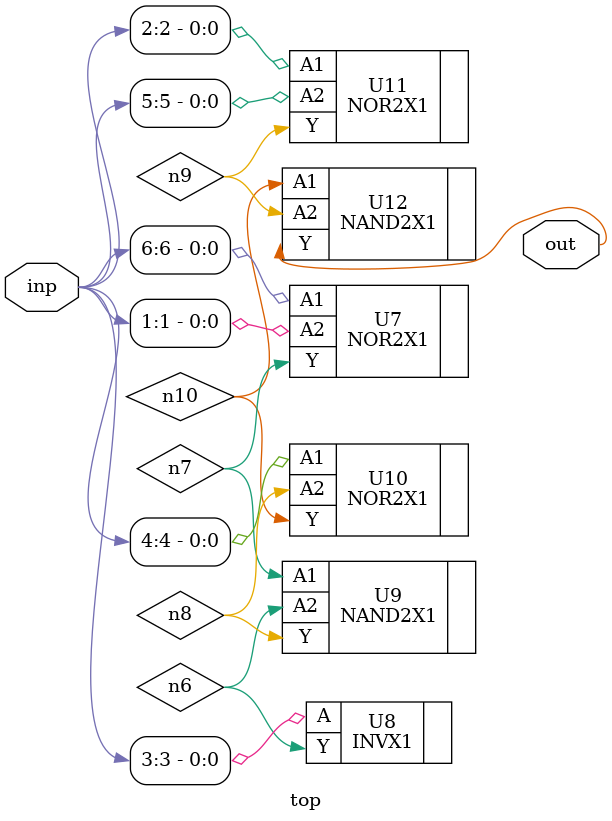
<source format=sv>


module top ( inp, out );
  input [6:0] inp;
  output out;
  wire   n6, n7, n8, n9, n10;

  NOR2X1 U7 ( .A1(inp[6]), .A2(inp[1]), .Y(n7) );
  INVX1 U8 ( .A(inp[3]), .Y(n6) );
  NAND2X1 U9 ( .A1(n7), .A2(n6), .Y(n8) );
  NOR2X1 U10 ( .A1(inp[4]), .A2(n8), .Y(n10) );
  NOR2X1 U11 ( .A1(inp[2]), .A2(inp[5]), .Y(n9) );
  NAND2X1 U12 ( .A1(n10), .A2(n9), .Y(out) );
endmodule


</source>
